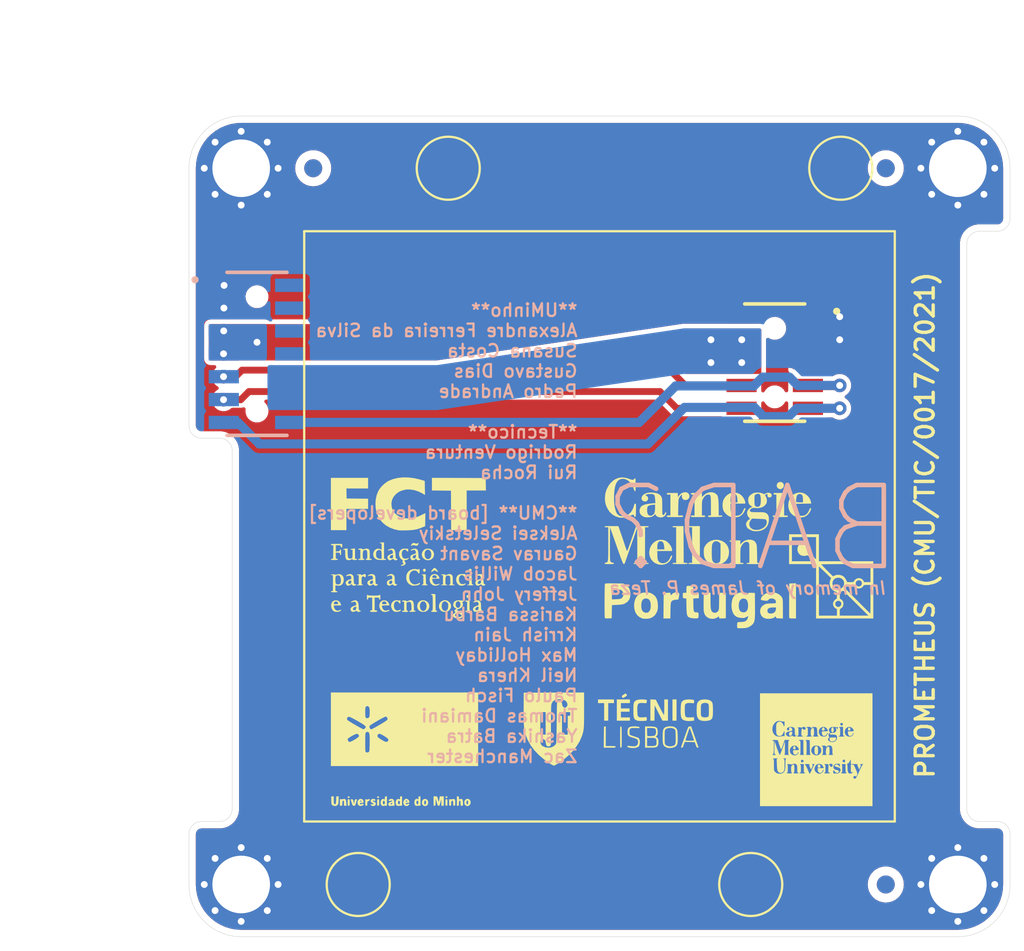
<source format=kicad_pcb>
(kicad_pcb (version 20221018) (generator pcbnew)
  (layers (0 "F.Cu" signal) (31 "B.Cu" signal) (34 "B.Paste" user) (35 "F.Paste" user) (36 "B.SilkS" user "B.Silkscreen") (37 "F.SilkS" user "F.Silkscreen") (38 "B.Mask" user) (39 "F.Mask" user) (44 "Edge.Cuts" user))
  (net 0 "")
  (net 1 "GND")
  (net 2 "SDA1")
  (net 3 "+3V3")
  (net 4 "BATT_P")
  (net 5 "SCL1")
  (net 6 "COIL5_P")
  (net 7 "COIL5_N")
  (footprint "mainboard:MountingHole" (layer "F.Cu") (at 170.3 116.4 -90)
    (fp_text reference "H2" hide)
    (fp_text value "MountingHole_Pad")
    (pad "1" thru_hole circle (at -2.05 0 270) (size 0.762 0.762) (drill 0.381) (layers "*.Cu" "*.Mask") (net 1 "GND"))
    (pad "1" thru_hole circle (at -1.4495 -1.4495 270) (size 0.762 0.762) (drill 0.381) (layers "*.Cu" "*.Mask") (net 1 "GND"))
    (pad "1" thru_hole circle (at -1.4495 1.4495 270) (size 0.762 0.762) (drill 0.381) (layers "*.Cu" "*.Mask") (net 1 "GND"))
    (pad "1" thru_hole circle (at 0 -2.05 270) (size 0.762 0.762) (drill 0.381) (layers "*.Cu" "*.Mask") (net 1 "GND"))
    (pad "1" thru_hole circle (at 0 0 270) (size 5 5) (drill 3.2) (layers "*.Cu" "*.Mask") (net 1 "GND"))
    (pad "1" thru_hole circle (at 0 2.05 270) (size 0.762 0.762) (drill 0.381) (layers "*.Cu" "*.Mask") (net 1 "GND"))
    (pad "1" thru_hole circle (at 1.4495 -1.4495 270) (size 0.762 0.762) (drill 0.381) (layers "*.Cu" "*.Mask") (net 1 "GND"))
    (pad "1" thru_hole circle (at 1.4495 1.4495 270) (size 0.762 0.762) (drill 0.381) (layers "*.Cu" "*.Mask") (net 1 "GND"))
    (pad "1" thru_hole circle (at 2.05 0 270) (size 0.762 0.762) (drill 0.381) (layers "*.Cu" "*.Mask") (net 1 "GND"))
  )
  (footprint "mainboard:MountingHole" (layer "F.Cu") (at 130.5 116.4 -90)
    (fp_text reference "H3" hide)
    (fp_text value "MountingHole_Pad")
    (pad "1" thru_hole circle (at -2.05 0 270) (size 0.762 0.762) (drill 0.381) (layers "*.Cu" "*.Mask") (net 1 "GND"))
    (pad "1" thru_hole circle (at -1.4495 -1.4495 270) (size 0.762 0.762) (drill 0.381) (layers "*.Cu" "*.Mask") (net 1 "GND"))
    (pad "1" thru_hole circle (at -1.4495 1.4495 270) (size 0.762 0.762) (drill 0.381) (layers "*.Cu" "*.Mask") (net 1 "GND"))
    (pad "1" thru_hole circle (at 0 -2.05 270) (size 0.762 0.762) (drill 0.381) (layers "*.Cu" "*.Mask") (net 1 "GND"))
    (pad "1" thru_hole circle (at 0 0 270) (size 5 5) (drill 3.2) (layers "*.Cu" "*.Mask") (net 1 "GND"))
    (pad "1" thru_hole circle (at 0 2.05 270) (size 0.762 0.762) (drill 0.381) (layers "*.Cu" "*.Mask") (net 1 "GND"))
    (pad "1" thru_hole circle (at 1.4495 -1.4495 270) (size 0.762 0.762) (drill 0.381) (layers "*.Cu" "*.Mask") (net 1 "GND"))
    (pad "1" thru_hole circle (at 1.4495 1.4495 270) (size 0.762 0.762) (drill 0.381) (layers "*.Cu" "*.Mask") (net 1 "GND"))
    (pad "1" thru_hole circle (at 2.05 0 270) (size 0.762 0.762) (drill 0.381) (layers "*.Cu" "*.Mask") (net 1 "GND"))
  )
  (footprint "custom-footprints:pycubed_mini_half" (layer "F.Cu") (at 151.1 76)
    (fp_text reference "Ref**" hide)
    (fp_text value "Val**" hide)
  )
  (footprint "Fiducial:Fiducial_1mm_Mask2mm" (layer "F.Cu") (at 166.3 116.4)
    (fp_text reference "REF**" hide)
    (fp_text value "Fiducial_1mm_Mask2mm")
    (pad "" smd circle (at 0 0) (size 1 1) (layers "F.Cu" "F.Mask") (clearance 0.5))
  )
  (footprint "Fiducial:Fiducial_1mm_Mask2mm" (layer "F.Cu") (at 166.3 76.6)
    (fp_text reference "REF**" hide)
    (fp_text value "Fiducial_1mm_Mask2mm")
    (pad "" smd circle (at 0 0) (size 1 1) (layers "F.Cu" "F.Mask") (clearance 0.5))
  )
  (footprint "Fiducial:Fiducial_1mm_Mask2mm" (layer "F.Cu") (at 134.5 76.6)
    (fp_text reference "REF**" hide)
    (fp_text value "Fiducial_1mm_Mask2mm")
    (pad "" smd circle (at 0 0) (size 1 1) (layers "F.Cu" "F.Mask") (clearance 0.5))
  )
  (footprint "PROMETHEUS_graphics:logos" (layer "F.Cu") (at 150.522 102.982)
    (fp_text reference "G***" hide)
    (fp_text value "LOGO" hide)
  )
  (footprint "mainboard:MountingHole" (layer "F.Cu") (at 130.5 76.6 -90)
    (fp_text reference "H4" hide)
    (fp_text value "MountingHole_Pad")
    (pad "1" thru_hole circle (at -2.05 0 270) (size 0.762 0.762) (drill 0.381) (layers "*.Cu" "*.Mask") (net 1 "GND"))
    (pad "1" thru_hole circle (at -1.4495 -1.4495 270) (size 0.762 0.762) (drill 0.381) (layers "*.Cu" "*.Mask") (net 1 "GND"))
    (pad "1" thru_hole circle (at -1.4495 1.4495 270) (size 0.762 0.762) (drill 0.381) (layers "*.Cu" "*.Mask") (net 1 "GND"))
    (pad "1" thru_hole circle (at 0 -2.05 270) (size 0.762 0.762) (drill 0.381) (layers "*.Cu" "*.Mask") (net 1 "GND"))
    (pad "1" thru_hole circle (at 0 0 270) (size 5 5) (drill 3.2) (layers "*.Cu" "*.Mask") (net 1 "GND"))
    (pad "1" thru_hole circle (at 0 2.05 270) (size 0.762 0.762) (drill 0.381) (layers "*.Cu" "*.Mask") (net 1 "GND"))
    (pad "1" thru_hole circle (at 1.4495 -1.4495 270) (size 0.762 0.762) (drill 0.381) (layers "*.Cu" "*.Mask") (net 1 "GND"))
    (pad "1" thru_hole circle (at 1.4495 1.4495 270) (size 0.762 0.762) (drill 0.381) (layers "*.Cu" "*.Mask") (net 1 "GND"))
    (pad "1" thru_hole circle (at 2.05 0 270) (size 0.762 0.762) (drill 0.381) (layers "*.Cu" "*.Mask") (net 1 "GND"))
  )
  (footprint "mainboard:MountingHole" (layer "F.Cu") (at 170.3 76.6 -90)
    (fp_text reference "H1" hide)
    (fp_text value "MountingHole_Pad")
    (pad "1" thru_hole circle (at -2.05 0 270) (size 0.762 0.762) (drill 0.381) (layers "*.Cu" "*.Mask") (net 1 "GND"))
    (pad "1" thru_hole circle (at -1.4495 -1.4495 270) (size 0.762 0.762) (drill 0.381) (layers "*.Cu" "*.Mask") (net 1 "GND"))
    (pad "1" thru_hole circle (at -1.4495 1.4495 270) (size 0.762 0.762) (drill 0.381) (layers "*.Cu" "*.Mask") (net 1 "GND"))
    (pad "1" thru_hole circle (at 0 -2.05 270) (size 0.762 0.762) (drill 0.381) (layers "*.Cu" "*.Mask") (net 1 "GND"))
    (pad "1" thru_hole circle (at 0 0 270) (size 5 5) (drill 3.2) (layers "*.Cu" "*.Mask") (net 1 "GND"))
    (pad "1" thru_hole circle (at 0 2.05 270) (size 0.762 0.762) (drill 0.381) (layers "*.Cu" "*.Mask") (net 1 "GND"))
    (pad "1" thru_hole circle (at 1.4495 -1.4495 270) (size 0.762 0.762) (drill 0.381) (layers "*.Cu" "*.Mask") (net 1 "GND"))
    (pad "1" thru_hole circle (at 1.4495 1.4495 270) (size 0.762 0.762) (drill 0.381) (layers "*.Cu" "*.Mask") (net 1 "GND"))
    (pad "1" thru_hole circle (at 2.05 0 270) (size 0.762 0.762) (drill 0.381) (layers "*.Cu" "*.Mask") (net 1 "GND"))
  )
  (footprint "batteryboard:SAMTEC_FLE-105-01-X-DV-A" (layer "F.Cu") (at 160.132497 87.400003 -90)
    (fp_text reference "J2" hide)
    (fp_text value "FLE-105-01-X-DV-A")
    (pad "" np_thru_hole circle (at -1.905 0 270) (size 0.76 0.76) (drill 0.76) (layers "*.Cu" "*.Mask"))
    (pad "" np_thru_hole circle (at 1.905 0 270) (size 0.76 0.76) (drill 0.76) (layers "*.Cu" "*.Mask"))
    (pad "1" smd rect (at -2.54 -1.8425 270) (size 0.74 1.675) (layers "F.Cu" "F.Paste" "F.Mask") (net 1 "GND"))
    (pad "2" smd rect (at -2.54 1.8425 270) (size 0.74 1.675) (layers "F.Cu" "F.Paste" "F.Mask") (net 3 "+3V3"))
    (pad "3" smd rect (at -1.27 -1.8425 270) (size 0.74 1.675) (layers "F.Cu" "F.Paste" "F.Mask") (net 1 "GND"))
    (pad "4" smd rect (at -1.27 1.8425 270) (size 0.74 1.675) (layers "F.Cu" "F.Paste" "F.Mask") (net 4 "BATT_P"))
    (pad "5" smd rect (at 0 -1.8425 270) (size 0.74 1.675) (layers "F.Cu" "F.Paste" "F.Mask"))
    (pad "6" smd rect (at 0 1.8425 270) (size 0.74 1.675) (layers "F.Cu" "F.Paste" "F.Mask") (net 4 "BATT_P"))
    (pad "7" smd rect (at 1.27 -1.8425 270) (size 0.74 1.675) (layers "F.Cu" "F.Paste" "F.Mask") (net 7 "COIL5_N"))
    (pad "8" smd rect (at 1.27 1.8425 270) (size 0.74 1.675) (layers "F.Cu" "F.Paste" "F.Mask") (net 5 "SCL1"))
    (pad "9" smd rect (at 2.54 -1.8425 270) (size 0.74 1.675) (layers "F.Cu" "F.Paste" "F.Mask") (net 6 "COIL5_P"))
    (pad "10" smd rect (at 2.54 1.8425 270) (size 0.74 1.675) (layers "F.Cu" "F.Paste" "F.Mask") (net 2 "SDA1"))
  )
  (footprint "Fiducial:Fiducial_1mm_Mask2mm" (layer "B.Cu") (at 134.5 76.6 180)
    (fp_text reference "REF**" hide)
    (fp_text value "Fiducial_1mm_Mask2mm")
    (pad "" smd circle (at 0 0 180) (size 1 1) (layers "B.Cu" "B.Mask") (clearance 0.5))
  )
  (footprint "Fiducial:Fiducial_1mm_Mask2mm" (layer "B.Cu") (at 166.3 76.6 180)
    (fp_text reference "REF**" hide)
    (fp_text value "Fiducial_1mm_Mask2mm")
    (pad "" smd circle (at 0 0 180) (size 1 1) (layers "B.Cu" "B.Mask") (clearance 0.5))
  )
  (footprint "batteryboard:SAMTEC_FLE-107-01-X-DV-A" (layer "B.Cu") (at 131.377995 86.91499 -90)
    (fp_text reference "J1" hide)
    (fp_text value "FLE-107-01-X-DV-A")
    (pad "" np_thru_hole circle (at -3.175 0 270) (size 0.76 0.76) (drill 0.76) (layers "*.Cu" "*.Mask"))
    (pad "" np_thru_hole circle (at 3.175 0 270) (size 0.76 0.76) (drill 0.76) (layers "*.Cu" "*.Mask"))
    (pad "1" smd rect (at -3.81 1.8425 270) (size 0.74 1.675) (layers "B.Cu" "B.Paste" "B.Mask") (net 1 "GND"))
    (pad "2" smd rect (at -3.81 -1.8425 270) (size 0.74 1.675) (layers "B.Cu" "B.Paste" "B.Mask"))
    (pad "3" smd rect (at -2.54 1.8425 270) (size 0.74 1.675) (layers "B.Cu" "B.Paste" "B.Mask") (net 1 "GND"))
    (pad "4" smd rect (at -2.54 -1.8425 270) (size 0.74 1.675) (layers "B.Cu" "B.Paste" "B.Mask"))
    (pad "5" smd rect (at -1.27 1.8425 270) (size 0.74 1.675) (layers "B.Cu" "B.Paste" "B.Mask") (net 3 "+3V3"))
    (pad "6" smd rect (at -1.27 -1.8425 270) (size 0.74 1.675) (layers "B.Cu" "B.Paste" "B.Mask"))
    (pad "7" smd rect (at 0 1.8425 270) (size 0.74 1.675) (layers "B.Cu" "B.Paste" "B.Mask") (net 3 "+3V3"))
    (pad "8" smd rect (at 0 -1.8425 270) (size 0.74 1.675) (layers "B.Cu" "B.Paste" "B.Mask"))
    (pad "9" smd rect (at 1.27 1.8425 270) (size 0.74 1.675) (layers "B.Cu" "B.Paste" "B.Mask") (net 5 "SCL1"))
    (pad "10" smd rect (at 1.27 -1.8425 270) (size 0.74 1.675) (layers "B.Cu" "B.Paste" "B.Mask") (net 4 "BATT_P"))
    (pad "11" smd rect (at 2.54 1.8425 270) (size 0.74 1.675) (layers "B.Cu" "B.Paste" "B.Mask") (net 2 "SDA1"))
    (pad "12" smd rect (at 2.54 -1.8425 270) (size 0.74 1.675) (layers "B.Cu" "B.Paste" "B.Mask") (net 4 "BATT_P"))
    (pad "13" smd rect (at 3.81 1.8425 270) (size 0.74 1.675) (layers "B.Cu" "B.Paste" "B.Mask") (net 6 "COIL5_P"))
    (pad "14" smd rect (at 3.81 -1.8425 270) (size 0.74 1.675) (layers "B.Cu" "B.Paste" "B.Mask") (net 7 "COIL5_N"))
  )
  (footprint "Fiducial:Fiducial_1mm_Mask2mm" (layer "B.Cu") (at 166.3 116.4 180)
    (fp_text reference "REF**" hide)
    (fp_text value "Fiducial_1mm_Mask2mm")
    (pad "" smd circle (at 0 0 180) (size 1 1) (layers "B.Cu" "B.Mask") (clearance 0.5))
  )
  (gr_line (start 166.799997 112.900003) (end 134.000011 112.900003) (stroke (width 0.127)) (layer "F.SilkS"))
  (gr_circle (center 158.800013 116.399996) (end 160.550013 116.399996) (stroke (width 0.127)) (fill none) (layer "F.SilkS"))
  (gr_circle (center 141.999995 76.599999) (end 143.749995 76.599999) (stroke (width 0.127)) (fill none) (layer "F.SilkS"))
  (gr_line (start 166.799997 80.099992) (end 166.799997 112.900003) (stroke (width 0.127)) (layer "F.SilkS"))
  (gr_circle (center 137.000005 116.399996) (end 138.750005 116.399996) (stroke (width 0.127)) (fill none) (layer "F.SilkS"))
  (gr_line (start 134.000011 80.099992) (end 166.799997 80.099992) (stroke (width 0.127)) (layer "F.SilkS"))
  (gr_circle (center 163.800003 76.599999) (end 165.550003 76.599999) (stroke (width 0.127)) (fill none) (layer "F.SilkS"))
  (gr_line (start 134.000011 112.900003) (end 134.000011 80.099992) (stroke (width 0.127)) (layer "F.SilkS"))
  (gr_line (start 171.500001 80.100001) (end 172.499999 80.099999) (stroke (width 0.0254)) (layer "Edge.Cuts"))
  (gr_arc (start 170.800001 80.800001) (mid 171.005026 80.305026) (end 171.500001 80.100001) (stroke (width 0.0254)) (layer "Edge.Cuts"))
  (gr_arc (start 172.499999 112.900001) (mid 172.994974 113.105026) (end 173.199999 113.600001) (stroke (width 0.0254)) (layer "Edge.Cuts"))
  (gr_line (start 170.800001 112.199999) (end 170.800001 80.800001) (stroke (width 0.0254)) (layer "Edge.Cuts"))
  (gr_arc (start 173.199999 79.399999) (mid 172.994974 79.894974) (end 172.499999 80.099999) (stroke (width 0.0254)) (layer "Edge.Cuts"))
  (gr_arc (start 128.3 91.6) (mid 127.805025 91.394975) (end 127.6 90.9) (stroke (width 0.0254)) (layer "Edge.Cuts"))
  (gr_line (start 129.999999 112.199999) (end 130 92.3) (stroke (width 0.0254)) (layer "Edge.Cuts"))
  (gr_arc (start 127.600001 113.600001) (mid 127.805026 113.105026) (end 128.300001 112.900001) (stroke (width 0.0254)) (layer "Edge.Cuts"))
  (gr_line (start 129.3 91.6) (end 128.3 91.6) (stroke (width 0.0254)) (layer "Edge.Cuts"))
  (gr_arc (start 130.5 119.3) (mid 128.44939 118.45061) (end 127.6 116.4) (stroke (width 0.0254)) (layer "Edge.Cuts"))
  (gr_arc (start 129.999999 112.199999) (mid 129.794974 112.694974) (end 129.299999 112.899999) (stroke (width 0.0254)) (layer "Edge.Cuts"))
  (gr_arc (start 173.2 116.4) (mid 172.35061 118.45061) (end 170.3 119.3) (stroke (width 0.0254)) (layer "Edge.Cuts"))
  (gr_arc (start 171.500001 112.899999) (mid 171.005026 112.694974) (end 170.800001 112.199999) (stroke (width 0.0254)) (layer "Edge.Cuts"))
  (gr_line (start 173.2 116.4) (end 173.199999 113.600001) (stroke (width 0.0254)) (layer "Edge.Cuts"))
  (gr_line (start 170.3 119.3) (end 130.5 119.3) (stroke (width 0.0254)) (layer "Edge.Cuts"))
  (gr_arc (start 170.3 73.7) (mid 172.35061 74.54939) (end 173.2 76.6) (stroke (width 0.0254)) (layer "Edge.Cuts"))
  (gr_line (start 170.3 73.7) (end 130.5 73.7) (stroke (width 0.0254)) (layer "Edge.Cuts"))
  (gr_line (start 172.499999 112.900001) (end 171.500001 112.899999) (stroke (width 0.0254)) (layer "Edge.Cuts"))
  (gr_arc (start 129.3 91.6) (mid 129.794975 91.805025) (end 130 92.3) (stroke (width 0.0254)) (layer "Edge.Cuts"))
  (gr_line (start 127.6 90.9) (end 127.6 76.6) (stroke (width 0.0254)) (layer "Edge.Cuts"))
  (gr_line (start 173.199999 79.399999) (end 173.2 76.6) (stroke (width 0.0254)) (layer "Edge.Cuts"))
  (gr_line (start 127.600001 113.600001) (end 127.6 116.4) (stroke (width 0.0254)) (layer "Edge.Cuts"))
  (gr_arc (start 127.6 76.6) (mid 128.44939 74.54939) (end 130.5 73.7) (stroke (width 0.0254)) (layer "Edge.Cuts"))
  (gr_line (start 128.300001 112.900001) (end 129.299999 112.899999) (stroke (width 0.0254)) (layer "Edge.Cuts"))
  (gr_text "**UMinho**\nAlexandre Ferreira da Silva\nSusana Costa\nGustavo Dias\nPedro Andrade\n\n**Tecnico**\nRodrigo Ventura\nRui Rocha\n\n**CMU** [board developers]\nAleksei Seletskiy\nGaurav Savant\nJacob Willis\nJeffery John\nKarissa Barbu\nKrrish Jain\nMax Holliday\nNeil Khera\nPaulo Fisch\nThomas Damiani \nYashika Batra\nZac Manchester" (at 149.252 96.886) (layer "B.SilkS") (effects (font (size 0.7 0.7) (thickness 0.127)) (justify left mirror)))
  (gr_text "BAD?" (at 158.904 96.632) (layer "B.SilkS") (effects (font (size 4.5 4.5) (thickness 0.254)) (justify mirror)))
  (gr_text "In memory of James P. Teza" (at 158.65 99.934) (layer "B.SilkS") (effects (font (size 0.7 0.7) (thickness 0.125) italic) (justify mirror)))
  (gr_text "PROMETHEUS (CMU/TIC/0017/2021)" (at 169.064 110.602 90) (layer "F.SilkS") (effects (font (size 1 1) (thickness 0.1875)) (justify left bottom)))
  (via (at 163.74 84.85) (size 0.762) (drill 0.381) (layers "F.Cu" "B.Cu") (net 1))
  (via (at 129.54 84.37) (size 0.762) (drill 0.381) (layers "F.Cu" "B.Cu") (net 1))
  (via (at 163.74 86.13) (size 0.762) (drill 0.381) (layers "F.Cu" "B.Cu") (net 1))
  (via (at 129.55 83.11) (size 0.762) (drill 0.381) (layers "F.Cu" "B.Cu") (net 1))
  (segment (start 153.76 89.01) (end 154.690003 89.940003) (width 0.381) (layer "F.Cu") (net 2))
  (segment (start 154.690003 89.940003) (end 158.289997 89.940003) (width 0.381) (layer "F.Cu") (net 2))
  (segment (start 129.52 89.46) (end 130.48 89.46) (width 0.381) (layer "F.Cu") (net 2))
  (segment (start 130.48 89.46) (end 130.93 89.01) (width 0.381) (layer "F.Cu") (net 2))
  (segment (start 130.93 89.01) (end 153.76 89.01) (width 0.381) (layer "F.Cu") (net 2))
  (via (at 129.52 89.46) (size 0.762) (drill 0.381) (layers "F.Cu" "B.Cu") (net 2))
  (via (at 129.52 86.91) (size 0.762) (drill 0.381) (layers "F.Cu" "B.Cu") (net 3))
  (via (at 129.53 85.64) (size 0.762) (drill 0.381) (layers "F.Cu" "B.Cu") (net 3))
  (via (at 131.38 86.27) (size 0.762) (drill 0.381) (layers "F.Cu" "B.Cu") (net 3))
  (via (at 158.3 86.13) (size 0.762) (drill 0.381) (layers "F.Cu" "B.Cu") (net 4))
  (via (at 158.3 87.4) (size 0.762) (drill 0.381) (layers "F.Cu" "B.Cu") (net 4))
  (via (at 156.59 87.4) (size 0.762) (drill 0.381) (layers "F.Cu" "B.Cu") (net 4))
  (via (at 156.59 86.13) (size 0.762) (drill 0.381) (layers "F.Cu" "B.Cu") (net 4))
  (segment (start 154.32 87.82) (end 155.170003 88.670003) (width 0.381) (layer "F.Cu") (net 5))
  (segment (start 130.55 87.82) (end 154.32 87.82) (width 0.381) (layer "F.Cu") (net 5))
  (segment (start 129.52 88.18) (end 130.19 88.18) (width 0.381) (layer "F.Cu") (net 5))
  (segment (start 130.19 88.18) (end 130.55 87.82) (width 0.381) (layer "F.Cu") (net 5))
  (segment (start 155.170003 88.670003) (end 158.289997 88.670003) (width 0.381) (layer "F.Cu") (net 5))
  (via (at 129.52 88.18) (size 0.762) (drill 0.381) (layers "F.Cu" "B.Cu") (net 5))
  (segment (start 163.738871 89.938871) (end 161.976129 89.938871) (width 0.508) (layer "F.Cu") (net 6))
  (via (at 163.738871 89.938871) (size 0.762) (drill 0.381) (layers "F.Cu" "B.Cu") (net 6))
  (segment (start 161.361129 89.938871) (end 160.9 90.4) (width 0.508) (layer "B.Cu") (net 6))
  (segment (start 163.738871 89.938871) (end 161.361129 89.938871) (width 0.508) (layer "B.Cu") (net 6))
  (segment (start 160.9 90.4) (end 159.51 90.4) (width 0.508) (layer "B.Cu") (net 6))
  (segment (start 131.51 91.92) (end 130.31499 90.72499) (width 0.508) (layer "B.Cu") (net 6))
  (segment (start 159 89.89) (end 155.12 89.89) (width 0.508) (layer "B.Cu") (net 6))
  (segment (start 130.31499 90.72499) (end 129.535495 90.72499) (width 0.508) (layer "B.Cu") (net 6))
  (segment (start 153.09 91.92) (end 131.51 91.92) (width 0.508) (layer "B.Cu") (net 6))
  (segment (start 159.51 90.4) (end 159 89.89) (width 0.508) (layer "B.Cu") (net 6))
  (segment (start 155.12 89.89) (end 153.09 91.92) (width 0.508) (layer "B.Cu") (net 6))
  (segment (start 163.74 88.67) (end 161.975 88.67) (width 0.508) (layer "F.Cu") (net 7))
  (via (at 163.74 88.67) (size 0.762) (drill 0.381) (layers "F.Cu" "B.Cu") (net 7))
  (segment (start 159.46 88.21) (end 158.974572 88.695428) (width 0.508) (layer "B.Cu") (net 7))
  (segment (start 161.41 88.67) (end 160.95 88.21) (width 0.508) (layer "B.Cu") (net 7))
  (segment (start 160.95 88.21) (end 159.46 88.21) (width 0.508) (layer "B.Cu") (net 7))
  (segment (start 152.60501 90.72499) (end 133.220495 90.72499) (width 0.508) (layer "B.Cu") (net 7))
  (segment (start 158.974572 88.695428) (end 154.634572 88.695428) (width 0.508) (layer "B.Cu") (net 7))
  (segment (start 163.74 88.67) (end 161.41 88.67) (width 0.508) (layer "B.Cu") (net 7))
  (segment (start 154.634572 88.695428) (end 152.60501 90.72499) (width 0.508) (layer "B.Cu") (net 7))
  (zone (net 3) (net_name "+3V3") (layer "F.Cu") (priority 1) (connect_pads yes (clearance 0)) (min_thickness 0.2032) (fill yes (thermal_gap 0.508) (thermal_bridge_width 0.508))
    (polygon (pts (xy 155.03 83.33) (xy 159.39 83.33) (xy 159.39 85.24) (xy 155.04 85.24) (xy 141.35 87.28) (xy 128.7 87.28) (xy 128.7 85.26) (xy 141.35 85.26)))
  )
  (zone (net 4) (net_name "BATT_P") (layer "F.Cu") (priority 1) (connect_pads yes (clearance 0)) (min_thickness 0.2032) (fill yes (thermal_gap 0.508) (thermal_bridge_width 0.508))
    (polygon (pts (xy 159.390092 88.03002) (xy 155.070001 88.03) (xy 155.07 85.5) (xy 159.39 85.5)))
  )
  (zone (net 1) (net_name "GND") (layer "F.Cu") (connect_pads yes (clearance 0)) (min_thickness 0.2032) (fill yes (thermal_gap 0.508) (thermal_bridge_width 0.508))
    (polygon (pts (xy 173.9 120) (xy 126.9 120) (xy 126.9 73) (xy 173.9 73)))
  )
  (zone (net 1) (net_name "GND") (layer "B.Cu") (connect_pads yes (clearance 0)) (min_thickness 0.2032) (fill yes (thermal_gap 0.508) (thermal_bridge_width 0.508))
    (polygon (pts (xy 174 120.1) (xy 126.8 120.1) (xy 126.8 72.9) (xy 174 72.9)))
  )
  (zone (net 4) (net_name "BATT_P") (layer "B.Cu") (priority 1) (connect_pads yes (clearance 0)) (min_thickness 0.2032) (fill yes (thermal_gap 0.508) (thermal_bridge_width 0.508))
    (polygon (pts (xy 141.379789 87.538564) (xy 155.069789 85.498564) (xy 159.389789 85.498564) (xy 159.39 88.03) (xy 155.07 88.03) (xy 141.379789 90.038564) (xy 131.959789 90.037799) (xy 131.959789 87.538564)))
  )
  (zone (net 3) (net_name "+3V3") (layer "B.Cu") (priority 1) (connect_pads yes (clearance 0)) (min_thickness 0.254) (fill yes (thermal_gap 0.508) (thermal_bridge_width 0.508))
    (polygon (pts (xy 131.93 87.28) (xy 128.7 87.28) (xy 128.7 85.26) (xy 131.93 85.26)))
  )
)
</source>
